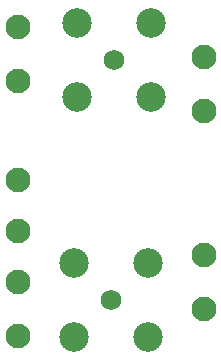
<source format=gbr>
G04 #@! TF.GenerationSoftware,KiCad,Pcbnew,5.0.2-bee76a0~70~ubuntu16.04.1*
G04 #@! TF.CreationDate,2019-01-24T21:22:35-05:00*
G04 #@! TF.ProjectId,pcb,7063622e-6b69-4636-9164-5f7063625858,v01*
G04 #@! TF.SameCoordinates,Original*
G04 #@! TF.FileFunction,Soldermask,Bot*
G04 #@! TF.FilePolarity,Negative*
%FSLAX46Y46*%
G04 Gerber Fmt 4.6, Leading zero omitted, Abs format (unit mm)*
G04 Created by KiCad (PCBNEW 5.0.2-bee76a0~70~ubuntu16.04.1) date Thu 24 Jan 2019 09:22:35 PM EST*
%MOMM*%
%LPD*%
G01*
G04 APERTURE LIST*
%ADD10C,1.751600*%
%ADD11C,2.501600*%
%ADD12C,2.100580*%
G04 APERTURE END LIST*
D10*
G04 #@! TO.C,IN1*
X108966000Y-106680000D03*
D11*
X105836000Y-103550000D03*
X112096000Y-103550000D03*
X112096000Y-109810000D03*
X105836000Y-109810000D03*
G04 #@! TD*
G04 #@! TO.C,IN2*
X106090000Y-89490000D03*
X112350000Y-89490000D03*
X112350000Y-83230000D03*
X106090000Y-83230000D03*
D10*
X109220000Y-86360000D03*
G04 #@! TD*
D12*
G04 #@! TO.C,RF1*
X116840000Y-107442000D03*
G04 #@! TD*
G04 #@! TO.C,RF2*
X116840000Y-86106000D03*
G04 #@! TD*
G04 #@! TO.C,SDO1*
X101092000Y-105156000D03*
G04 #@! TD*
G04 #@! TO.C,~CS1*
X101092000Y-109728000D03*
G04 #@! TD*
G04 #@! TO.C,SDO2*
X101092000Y-83566000D03*
G04 #@! TD*
G04 #@! TO.C,~CS2*
X101092000Y-88138000D03*
G04 #@! TD*
G04 #@! TO.C,SCLK*
X101092000Y-100838000D03*
G04 #@! TD*
G04 #@! TO.C,AVIN*
X116840000Y-90678000D03*
G04 #@! TD*
G04 #@! TO.C,DVDD*
X101092000Y-96520000D03*
G04 #@! TD*
G04 #@! TO.C,AVOUT*
X116840000Y-102870000D03*
G04 #@! TD*
M02*

</source>
